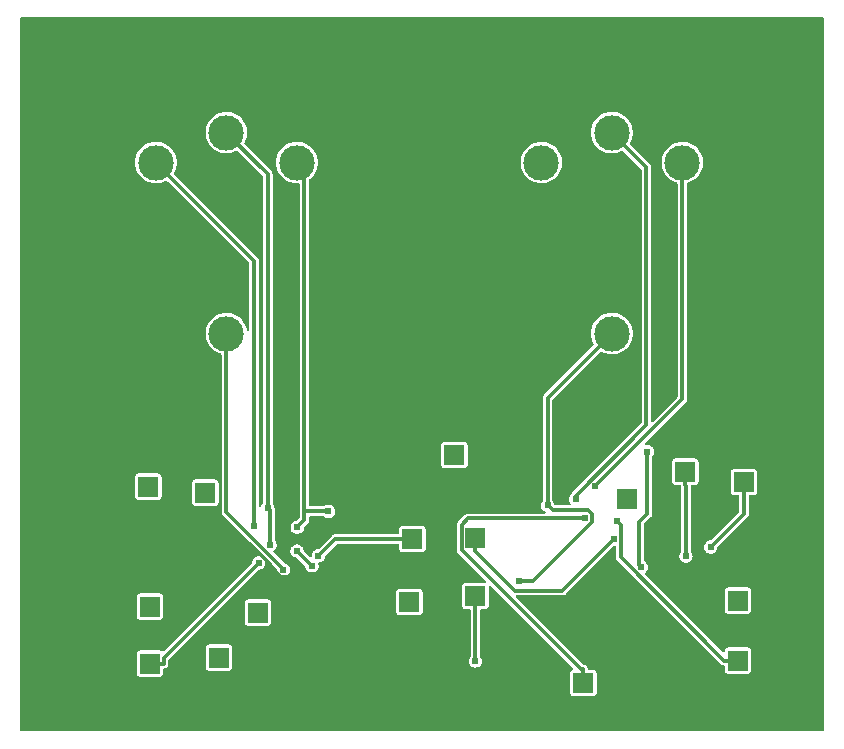
<source format=gbl>
G04 Layer: BottomLayer*
G04 EasyEDA v6.5.29, 2023-07-10 19:36:55*
G04 1e7b4ab6233f4b76a91dc94f4c831b37,398929e9e95146ce9e037ed163e1f376,10*
G04 Gerber Generator version 0.2*
G04 Scale: 100 percent, Rotated: No, Reflected: No *
G04 Dimensions in millimeters *
G04 leading zeros omitted , absolute positions ,4 integer and 5 decimal *
%FSLAX45Y45*%
%MOMM*%

%ADD10C,0.3000*%
%ADD11R,1.7000X1.7000*%
%ADD12C,3.0000*%
%ADD13C,0.6096*%
%ADD14C,0.6100*%
%ADD15C,0.0125*%

%LPD*%
G36*
X36068Y-6070092D02*
G01*
X32156Y-6069330D01*
X28905Y-6067094D01*
X26670Y-6063843D01*
X25908Y-6059932D01*
X25908Y-36068D01*
X26670Y-32156D01*
X28905Y-28905D01*
X32156Y-26670D01*
X36068Y-25908D01*
X6821931Y-25908D01*
X6825843Y-26670D01*
X6829094Y-28905D01*
X6831330Y-32156D01*
X6832092Y-36068D01*
X6832092Y-6059932D01*
X6831330Y-6063843D01*
X6829094Y-6067094D01*
X6825843Y-6069330D01*
X6821931Y-6070092D01*
G37*

%LPC*%
G36*
X4710734Y-5773674D02*
G01*
X4879594Y-5773674D01*
X4885893Y-5772962D01*
X4891379Y-5771032D01*
X4896256Y-5767984D01*
X4900371Y-5763869D01*
X4903419Y-5758992D01*
X4905349Y-5753506D01*
X4906060Y-5747207D01*
X4906060Y-5578348D01*
X4905349Y-5571998D01*
X4903419Y-5566562D01*
X4900371Y-5561634D01*
X4896256Y-5557570D01*
X4891379Y-5554472D01*
X4885893Y-5552592D01*
X4879594Y-5551881D01*
X4845659Y-5551881D01*
X4842002Y-5551170D01*
X4838801Y-5549239D01*
X4836566Y-5546293D01*
X4835550Y-5542686D01*
X4835194Y-5539536D01*
X4832908Y-5531916D01*
X4829098Y-5524855D01*
X4824018Y-5518658D01*
X4817821Y-5513578D01*
X4810760Y-5509768D01*
X4803140Y-5507431D01*
X4795418Y-5506720D01*
X4792065Y-5505754D01*
X4789220Y-5503773D01*
X4223105Y-4937658D01*
X4220870Y-4934356D01*
X4220108Y-4930444D01*
X4220870Y-4926584D01*
X4223105Y-4923282D01*
X4226356Y-4921046D01*
X4230268Y-4920284D01*
X4617567Y-4920284D01*
X4626000Y-4919472D01*
X4633671Y-4917135D01*
X4640732Y-4913376D01*
X4647336Y-4907940D01*
X5049672Y-4505655D01*
X5052568Y-4503623D01*
X5055971Y-4502708D01*
X5059578Y-4502404D01*
X5063744Y-4502912D01*
X5067300Y-4504994D01*
X5069738Y-4508398D01*
X5070602Y-4512513D01*
X5070602Y-4595266D01*
X5071465Y-4603750D01*
X5073802Y-4611420D01*
X5077561Y-4618482D01*
X5082946Y-4625035D01*
X5958738Y-5500827D01*
X5965342Y-5506262D01*
X5972403Y-5510022D01*
X5980074Y-5512358D01*
X5983173Y-5512663D01*
X5986729Y-5513679D01*
X5989726Y-5515965D01*
X5991656Y-5519115D01*
X5992317Y-5522772D01*
X5992317Y-5556707D01*
X5993028Y-5563006D01*
X5994958Y-5568492D01*
X5998057Y-5573369D01*
X6002121Y-5577484D01*
X6007049Y-5580532D01*
X6012484Y-5582462D01*
X6018834Y-5583174D01*
X6187694Y-5583174D01*
X6193993Y-5582462D01*
X6199479Y-5580532D01*
X6204356Y-5577484D01*
X6208471Y-5573369D01*
X6211519Y-5568492D01*
X6213449Y-5563006D01*
X6214160Y-5556707D01*
X6214160Y-5387848D01*
X6213449Y-5381498D01*
X6211519Y-5376062D01*
X6208471Y-5371134D01*
X6204356Y-5367070D01*
X6199479Y-5363972D01*
X6193993Y-5362092D01*
X6187694Y-5361381D01*
X6018834Y-5361381D01*
X6012484Y-5362092D01*
X6007049Y-5363972D01*
X6002121Y-5367070D01*
X5998057Y-5371134D01*
X5994958Y-5376062D01*
X5993028Y-5381498D01*
X5992317Y-5387848D01*
X5992317Y-5394198D01*
X5991555Y-5398109D01*
X5989370Y-5401360D01*
X5986068Y-5403596D01*
X5982157Y-5404358D01*
X5978296Y-5403596D01*
X5974994Y-5401360D01*
X5316067Y-4742484D01*
X5313730Y-4738776D01*
X5313172Y-4734407D01*
X5314492Y-4730191D01*
X5317439Y-4726990D01*
X5321452Y-4724146D01*
X5328412Y-4717237D01*
X5334050Y-4709160D01*
X5338165Y-4700270D01*
X5340705Y-4690770D01*
X5341569Y-4680966D01*
X5340705Y-4671212D01*
X5338165Y-4661712D01*
X5334050Y-4652822D01*
X5328412Y-4644745D01*
X5321452Y-4637786D01*
X5313781Y-4632452D01*
X5311444Y-4630166D01*
X5309971Y-4627321D01*
X5309412Y-4624120D01*
X5309412Y-4318711D01*
X5310225Y-4314799D01*
X5312410Y-4311497D01*
X5366410Y-4257548D01*
X5371795Y-4250944D01*
X5375554Y-4243882D01*
X5377891Y-4236212D01*
X5378704Y-4227779D01*
X5378704Y-3746906D01*
X5379212Y-3743858D01*
X5380583Y-3741064D01*
X5386628Y-3732428D01*
X5390794Y-3723487D01*
X5393334Y-3714038D01*
X5394198Y-3704234D01*
X5393334Y-3694429D01*
X5390794Y-3684930D01*
X5386628Y-3676040D01*
X5380990Y-3668014D01*
X5374030Y-3661054D01*
X5366004Y-3655415D01*
X5357114Y-3651250D01*
X5347614Y-3648710D01*
X5337810Y-3647846D01*
X5327751Y-3648760D01*
X5323636Y-3648252D01*
X5320080Y-3646220D01*
X5317642Y-3642918D01*
X5316677Y-3638905D01*
X5317388Y-3634892D01*
X5319674Y-3631437D01*
X5661914Y-3289198D01*
X5667298Y-3282594D01*
X5671108Y-3275533D01*
X5673394Y-3267862D01*
X5674258Y-3259429D01*
X5674258Y-1434541D01*
X5675172Y-1430324D01*
X5677763Y-1426870D01*
X5681573Y-1424787D01*
X5691124Y-1421993D01*
X5707888Y-1415186D01*
X5723890Y-1406652D01*
X5738926Y-1396542D01*
X5752846Y-1384960D01*
X5765444Y-1372006D01*
X5776722Y-1357782D01*
X5786424Y-1342491D01*
X5794502Y-1326286D01*
X5800902Y-1309370D01*
X5805525Y-1291844D01*
X5808319Y-1273962D01*
X5809234Y-1255877D01*
X5808319Y-1237792D01*
X5805525Y-1219911D01*
X5800902Y-1202385D01*
X5794502Y-1185418D01*
X5786424Y-1169212D01*
X5776722Y-1153972D01*
X5765444Y-1139748D01*
X5752846Y-1126794D01*
X5738926Y-1115161D01*
X5723890Y-1105052D01*
X5707888Y-1096568D01*
X5691124Y-1089761D01*
X5673750Y-1084681D01*
X5655919Y-1081430D01*
X5637885Y-1080058D01*
X5619750Y-1080516D01*
X5601817Y-1082852D01*
X5584190Y-1086967D01*
X5567070Y-1092962D01*
X5550662Y-1100632D01*
X5535168Y-1109929D01*
X5520690Y-1120800D01*
X5507380Y-1133094D01*
X5495442Y-1146708D01*
X5484926Y-1161491D01*
X5475986Y-1177239D01*
X5468772Y-1193850D01*
X5463235Y-1211072D01*
X5459526Y-1228801D01*
X5457698Y-1246835D01*
X5457698Y-1264920D01*
X5459526Y-1282954D01*
X5463235Y-1300683D01*
X5468772Y-1317904D01*
X5475986Y-1334516D01*
X5484926Y-1350264D01*
X5495442Y-1365046D01*
X5507380Y-1378661D01*
X5520690Y-1390954D01*
X5535168Y-1401826D01*
X5550662Y-1411122D01*
X5567070Y-1418793D01*
X5584596Y-1424838D01*
X5588660Y-1426819D01*
X5591454Y-1430375D01*
X5592419Y-1434744D01*
X5592419Y-3238754D01*
X5591657Y-3242614D01*
X5589473Y-3245916D01*
X5386781Y-3448608D01*
X5383479Y-3450793D01*
X5379618Y-3451555D01*
X5375706Y-3450793D01*
X5372404Y-3448608D01*
X5370220Y-3445306D01*
X5369458Y-3441395D01*
X5369458Y-1295349D01*
X5368594Y-1286865D01*
X5366308Y-1279245D01*
X5362498Y-1272184D01*
X5357114Y-1265580D01*
X5191861Y-1100277D01*
X5189524Y-1096772D01*
X5188864Y-1092657D01*
X5189931Y-1088593D01*
X5197602Y-1073200D01*
X5204002Y-1056284D01*
X5208625Y-1038758D01*
X5211419Y-1020876D01*
X5212334Y-1002792D01*
X5211419Y-984707D01*
X5208625Y-966774D01*
X5204002Y-949299D01*
X5197602Y-932332D01*
X5189524Y-916127D01*
X5179822Y-900836D01*
X5168544Y-886663D01*
X5155946Y-873709D01*
X5142026Y-862076D01*
X5126990Y-851966D01*
X5110988Y-843483D01*
X5094224Y-836625D01*
X5076850Y-831596D01*
X5059019Y-828344D01*
X5040985Y-826922D01*
X5022850Y-827379D01*
X5004917Y-829716D01*
X4987290Y-833882D01*
X4970170Y-839825D01*
X4953762Y-847496D01*
X4938268Y-856843D01*
X4923790Y-867714D01*
X4910480Y-880008D01*
X4898542Y-893622D01*
X4888026Y-908354D01*
X4879086Y-924153D01*
X4871872Y-940714D01*
X4866335Y-957986D01*
X4862626Y-975715D01*
X4860798Y-993698D01*
X4860798Y-1011834D01*
X4862626Y-1029817D01*
X4866335Y-1047546D01*
X4871872Y-1064818D01*
X4879086Y-1081430D01*
X4888026Y-1097178D01*
X4898542Y-1111910D01*
X4910480Y-1125524D01*
X4923790Y-1137818D01*
X4938268Y-1148689D01*
X4953762Y-1158036D01*
X4970170Y-1165707D01*
X4987290Y-1171651D01*
X5004917Y-1175816D01*
X5022850Y-1178153D01*
X5040985Y-1178610D01*
X5059019Y-1177188D01*
X5076850Y-1173988D01*
X5094224Y-1168908D01*
X5110988Y-1162100D01*
X5121910Y-1156258D01*
X5126024Y-1155090D01*
X5130292Y-1155750D01*
X5133898Y-1158036D01*
X5284673Y-1308811D01*
X5286857Y-1312113D01*
X5287619Y-1316024D01*
X5287619Y-3457448D01*
X5286857Y-3461359D01*
X5284673Y-3464610D01*
X4700473Y-4048861D01*
X4695037Y-4055414D01*
X4690160Y-4065117D01*
X4685842Y-4069842D01*
X4680204Y-4077919D01*
X4676038Y-4086809D01*
X4673498Y-4096308D01*
X4672634Y-4106062D01*
X4673498Y-4115866D01*
X4676038Y-4125366D01*
X4680204Y-4134256D01*
X4685690Y-4142130D01*
X4687417Y-4146194D01*
X4687214Y-4150563D01*
X4685182Y-4154474D01*
X4681677Y-4157167D01*
X4677410Y-4158132D01*
X4558233Y-4158132D01*
X4554575Y-4157421D01*
X4551375Y-4155440D01*
X4549140Y-4152442D01*
X4545482Y-4138269D01*
X4541367Y-4129379D01*
X4535271Y-4120692D01*
X4533900Y-4117949D01*
X4533442Y-4114901D01*
X4533442Y-3268726D01*
X4534204Y-3264865D01*
X4536389Y-3261563D01*
X4938979Y-2859024D01*
X4942738Y-2856636D01*
X4947158Y-2856077D01*
X4951374Y-2857500D01*
X4953762Y-2858922D01*
X4970170Y-2866593D01*
X4987290Y-2872536D01*
X5004917Y-2876702D01*
X5022850Y-2879039D01*
X5040985Y-2879496D01*
X5059019Y-2878124D01*
X5076850Y-2874873D01*
X5094224Y-2869793D01*
X5110988Y-2862986D01*
X5126990Y-2854452D01*
X5142026Y-2844342D01*
X5155946Y-2832760D01*
X5168544Y-2819806D01*
X5179822Y-2805582D01*
X5189524Y-2790291D01*
X5197602Y-2774086D01*
X5204002Y-2757170D01*
X5208625Y-2739644D01*
X5211419Y-2721762D01*
X5212334Y-2703677D01*
X5211419Y-2685592D01*
X5208625Y-2667711D01*
X5204002Y-2650185D01*
X5197602Y-2633218D01*
X5189524Y-2617012D01*
X5179822Y-2601772D01*
X5168544Y-2587548D01*
X5155946Y-2574594D01*
X5142026Y-2562961D01*
X5126990Y-2552852D01*
X5110988Y-2544368D01*
X5094224Y-2537561D01*
X5076850Y-2532481D01*
X5059019Y-2529230D01*
X5040985Y-2527858D01*
X5022850Y-2528316D01*
X5004917Y-2530652D01*
X4987290Y-2534767D01*
X4970170Y-2540762D01*
X4953762Y-2548432D01*
X4938268Y-2557729D01*
X4923790Y-2568600D01*
X4910480Y-2580894D01*
X4898542Y-2594508D01*
X4888026Y-2609291D01*
X4879086Y-2625039D01*
X4871872Y-2641650D01*
X4866335Y-2658872D01*
X4862626Y-2676601D01*
X4860798Y-2694635D01*
X4860798Y-2712720D01*
X4862626Y-2730754D01*
X4866335Y-2748483D01*
X4871872Y-2765704D01*
X4879086Y-2782316D01*
X4882845Y-2788920D01*
X4884115Y-2793085D01*
X4883505Y-2797403D01*
X4881168Y-2801112D01*
X4463948Y-3218332D01*
X4458563Y-3224885D01*
X4454753Y-3231946D01*
X4452467Y-3239617D01*
X4451604Y-3248101D01*
X4451604Y-4114901D01*
X4451146Y-4117949D01*
X4449775Y-4120692D01*
X4443730Y-4129379D01*
X4439564Y-4138269D01*
X4437024Y-4147769D01*
X4436160Y-4157573D01*
X4437024Y-4167378D01*
X4439564Y-4176826D01*
X4443730Y-4185767D01*
X4449368Y-4193794D01*
X4456277Y-4200753D01*
X4464354Y-4206392D01*
X4468672Y-4208424D01*
X4471873Y-4210710D01*
X4473905Y-4214012D01*
X4474565Y-4217873D01*
X4473702Y-4221683D01*
X4471517Y-4224883D01*
X4468215Y-4227017D01*
X4464405Y-4227779D01*
X3820515Y-4227779D01*
X3812032Y-4228642D01*
X3804361Y-4230928D01*
X3797300Y-4234738D01*
X3790746Y-4240123D01*
X3735933Y-4294936D01*
X3730498Y-4301540D01*
X3726738Y-4308602D01*
X3724401Y-4316222D01*
X3723589Y-4324705D01*
X3723589Y-4536389D01*
X3724401Y-4544872D01*
X3726738Y-4552543D01*
X3730498Y-4559604D01*
X3735933Y-4566158D01*
X3967683Y-4797907D01*
X3969867Y-4801209D01*
X3970629Y-4805121D01*
X3969867Y-4808982D01*
X3967683Y-4812284D01*
X3964381Y-4814468D01*
X3960469Y-4815281D01*
X3796334Y-4815281D01*
X3789984Y-4815992D01*
X3784549Y-4817872D01*
X3779621Y-4820970D01*
X3775557Y-4825034D01*
X3772458Y-4829962D01*
X3770528Y-4835398D01*
X3769817Y-4841748D01*
X3769817Y-5010607D01*
X3770528Y-5016906D01*
X3772458Y-5022392D01*
X3775557Y-5027269D01*
X3779621Y-5031384D01*
X3784549Y-5034432D01*
X3789984Y-5036362D01*
X3796334Y-5037074D01*
X3829659Y-5037074D01*
X3833571Y-5037836D01*
X3836873Y-5040071D01*
X3839057Y-5043373D01*
X3839819Y-5047234D01*
X3839819Y-5432450D01*
X3839362Y-5435498D01*
X3837990Y-5438241D01*
X3831945Y-5446928D01*
X3827779Y-5455818D01*
X3825240Y-5465318D01*
X3824376Y-5475122D01*
X3825240Y-5484926D01*
X3827779Y-5494375D01*
X3831945Y-5503316D01*
X3837584Y-5511342D01*
X3844493Y-5518302D01*
X3852570Y-5523941D01*
X3861460Y-5528106D01*
X3870960Y-5530646D01*
X3880764Y-5531510D01*
X3890518Y-5530646D01*
X3900017Y-5528106D01*
X3908907Y-5523941D01*
X3916984Y-5518302D01*
X3923944Y-5511342D01*
X3929583Y-5503316D01*
X3933698Y-5494375D01*
X3936237Y-5484926D01*
X3937101Y-5475122D01*
X3936237Y-5465318D01*
X3933698Y-5455818D01*
X3929583Y-5446928D01*
X3923487Y-5438241D01*
X3922115Y-5435498D01*
X3921658Y-5432450D01*
X3921658Y-5047234D01*
X3922420Y-5043373D01*
X3924604Y-5040071D01*
X3927906Y-5037836D01*
X3931818Y-5037074D01*
X3965194Y-5037074D01*
X3971493Y-5036362D01*
X3976979Y-5034432D01*
X3981856Y-5031384D01*
X3985971Y-5027269D01*
X3989019Y-5022392D01*
X3990949Y-5016906D01*
X3991660Y-5010607D01*
X3991660Y-4846421D01*
X3992422Y-4842560D01*
X3994607Y-4839258D01*
X3997909Y-4837074D01*
X4001820Y-4836261D01*
X4005681Y-4837074D01*
X4008983Y-4839258D01*
X4706264Y-5536488D01*
X4708499Y-5539892D01*
X4709210Y-5543905D01*
X4708296Y-5547868D01*
X4705908Y-5551170D01*
X4702403Y-5553252D01*
X4698949Y-5554472D01*
X4694021Y-5557570D01*
X4689957Y-5561634D01*
X4686858Y-5566562D01*
X4684928Y-5571998D01*
X4684217Y-5578348D01*
X4684217Y-5747207D01*
X4684928Y-5753506D01*
X4686858Y-5758992D01*
X4689957Y-5763869D01*
X4694021Y-5767984D01*
X4698949Y-5771032D01*
X4704384Y-5772962D01*
G37*
G36*
X1040434Y-5608574D02*
G01*
X1209294Y-5608574D01*
X1215593Y-5607862D01*
X1221079Y-5605932D01*
X1225956Y-5602884D01*
X1230071Y-5598769D01*
X1233119Y-5593892D01*
X1235049Y-5588406D01*
X1235760Y-5582107D01*
X1235760Y-5548172D01*
X1236421Y-5544515D01*
X1238402Y-5541365D01*
X1241348Y-5539079D01*
X1244904Y-5538063D01*
X1248054Y-5537758D01*
X1255725Y-5535422D01*
X1262786Y-5531662D01*
X1268984Y-5526582D01*
X1274064Y-5520385D01*
X1277823Y-5513324D01*
X1280160Y-5505653D01*
X1280972Y-5497169D01*
X1280972Y-5471871D01*
X1281785Y-5468010D01*
X1283970Y-5464708D01*
X2043988Y-4704689D01*
X2046884Y-4702657D01*
X2050288Y-4701743D01*
X2054758Y-4701336D01*
X2064257Y-4698796D01*
X2073148Y-4694631D01*
X2081225Y-4688992D01*
X2088184Y-4682083D01*
X2093823Y-4674006D01*
X2097938Y-4665116D01*
X2100478Y-4655616D01*
X2101342Y-4645812D01*
X2100478Y-4636058D01*
X2097938Y-4626559D01*
X2094890Y-4619955D01*
X2093925Y-4616043D01*
X2094585Y-4612081D01*
X2096719Y-4608626D01*
X2100021Y-4606340D01*
X2103932Y-4605477D01*
X2107895Y-4606239D01*
X2111248Y-4608474D01*
X2195474Y-4692700D01*
X2197862Y-4696409D01*
X2198420Y-4700778D01*
X2198116Y-4704232D01*
X2198979Y-4714036D01*
X2201519Y-4723536D01*
X2205685Y-4732426D01*
X2211324Y-4740503D01*
X2218232Y-4747412D01*
X2226310Y-4753051D01*
X2235200Y-4757216D01*
X2244699Y-4759756D01*
X2254504Y-4760620D01*
X2264257Y-4759756D01*
X2273757Y-4757216D01*
X2282647Y-4753051D01*
X2290724Y-4747412D01*
X2297684Y-4740503D01*
X2303322Y-4732426D01*
X2307437Y-4723536D01*
X2309977Y-4714036D01*
X2310841Y-4704232D01*
X2309977Y-4694478D01*
X2307437Y-4684979D01*
X2303322Y-4676089D01*
X2297684Y-4668012D01*
X2290724Y-4661052D01*
X2282647Y-4655413D01*
X2273757Y-4651298D01*
X2268524Y-4649520D01*
X2266391Y-4647895D01*
X2173224Y-4554728D01*
X2170836Y-4551019D01*
X2170277Y-4546650D01*
X2171598Y-4542434D01*
X2174595Y-4539234D01*
X2179828Y-4535525D01*
X2186787Y-4528566D01*
X2192426Y-4520539D01*
X2196592Y-4511598D01*
X2199132Y-4502150D01*
X2199995Y-4492345D01*
X2199132Y-4482541D01*
X2196592Y-4473041D01*
X2192426Y-4464151D01*
X2186330Y-4455464D01*
X2185009Y-4452721D01*
X2184501Y-4449673D01*
X2184501Y-4198264D01*
X2183688Y-4189780D01*
X2181352Y-4182160D01*
X2179878Y-4179366D01*
X2178710Y-4175455D01*
X2177948Y-4166819D01*
X2175408Y-4157319D01*
X2171293Y-4148429D01*
X2165197Y-4139742D01*
X2163826Y-4136999D01*
X2163368Y-4133951D01*
X2163368Y-1353159D01*
X2162505Y-1344676D01*
X2160219Y-1337056D01*
X2156409Y-1329994D01*
X2151024Y-1323390D01*
X1927961Y-1100328D01*
X1925624Y-1096772D01*
X1924964Y-1092657D01*
X1926031Y-1088593D01*
X1933702Y-1073200D01*
X1940102Y-1056284D01*
X1944725Y-1038758D01*
X1947519Y-1020876D01*
X1948434Y-1002792D01*
X1947519Y-984707D01*
X1944725Y-966774D01*
X1940102Y-949299D01*
X1933702Y-932332D01*
X1925624Y-916127D01*
X1915922Y-900836D01*
X1904644Y-886663D01*
X1892046Y-873709D01*
X1878126Y-862076D01*
X1863089Y-851966D01*
X1847088Y-843483D01*
X1830324Y-836625D01*
X1812950Y-831596D01*
X1795119Y-828344D01*
X1777085Y-826922D01*
X1758950Y-827379D01*
X1741017Y-829716D01*
X1723389Y-833882D01*
X1706270Y-839825D01*
X1689862Y-847496D01*
X1674368Y-856843D01*
X1659889Y-867714D01*
X1646580Y-880008D01*
X1634642Y-893622D01*
X1624126Y-908354D01*
X1615186Y-924153D01*
X1607972Y-940714D01*
X1602435Y-957986D01*
X1598726Y-975715D01*
X1596898Y-993698D01*
X1596898Y-1011834D01*
X1598726Y-1029817D01*
X1602435Y-1047546D01*
X1607972Y-1064818D01*
X1615186Y-1081430D01*
X1624126Y-1097178D01*
X1634642Y-1111910D01*
X1646580Y-1125524D01*
X1659889Y-1137818D01*
X1674368Y-1148689D01*
X1689862Y-1158036D01*
X1706270Y-1165707D01*
X1723389Y-1171651D01*
X1741017Y-1175816D01*
X1758950Y-1178153D01*
X1777085Y-1178610D01*
X1795119Y-1177188D01*
X1812950Y-1173988D01*
X1830324Y-1168908D01*
X1847088Y-1162100D01*
X1858010Y-1156258D01*
X1862124Y-1155090D01*
X1866392Y-1155750D01*
X1869998Y-1158036D01*
X2078583Y-1366621D01*
X2080768Y-1369923D01*
X2081530Y-1373835D01*
X2081530Y-4133951D01*
X2081072Y-4136999D01*
X2079701Y-4139742D01*
X2073656Y-4148429D01*
X2069490Y-4157319D01*
X2067458Y-4164787D01*
X2065629Y-4168495D01*
X2062429Y-4171137D01*
X2058416Y-4172305D01*
X2054301Y-4171746D01*
X2050745Y-4169613D01*
X2048357Y-4166260D01*
X2047493Y-4162196D01*
X2047493Y-2087321D01*
X2046681Y-2078888D01*
X2044344Y-2071217D01*
X2040585Y-2064156D01*
X2035149Y-2057552D01*
X1331010Y-1353413D01*
X1328724Y-1349908D01*
X1328064Y-1345742D01*
X1329131Y-1341678D01*
X1336802Y-1326286D01*
X1343202Y-1309370D01*
X1347825Y-1291844D01*
X1350619Y-1273962D01*
X1351534Y-1255877D01*
X1350619Y-1237792D01*
X1347825Y-1219911D01*
X1343202Y-1202385D01*
X1336802Y-1185418D01*
X1328724Y-1169212D01*
X1319022Y-1153972D01*
X1307744Y-1139748D01*
X1295146Y-1126794D01*
X1281226Y-1115161D01*
X1266190Y-1105052D01*
X1250188Y-1096568D01*
X1233424Y-1089761D01*
X1216050Y-1084681D01*
X1198219Y-1081430D01*
X1180185Y-1080058D01*
X1162050Y-1080516D01*
X1144117Y-1082852D01*
X1126490Y-1086967D01*
X1109370Y-1092962D01*
X1092962Y-1100632D01*
X1077468Y-1109929D01*
X1062990Y-1120800D01*
X1049680Y-1133094D01*
X1037742Y-1146708D01*
X1027226Y-1161491D01*
X1018286Y-1177239D01*
X1011072Y-1193850D01*
X1005535Y-1211072D01*
X1001826Y-1228801D01*
X999998Y-1246835D01*
X999998Y-1264920D01*
X1001826Y-1282954D01*
X1005535Y-1300683D01*
X1011072Y-1317904D01*
X1018286Y-1334516D01*
X1027226Y-1350264D01*
X1037742Y-1365046D01*
X1049680Y-1378661D01*
X1062990Y-1390954D01*
X1077468Y-1401826D01*
X1092962Y-1411122D01*
X1109370Y-1418793D01*
X1126490Y-1424736D01*
X1144117Y-1428902D01*
X1162050Y-1431239D01*
X1180185Y-1431696D01*
X1198219Y-1430324D01*
X1216050Y-1427073D01*
X1233424Y-1421993D01*
X1250188Y-1415186D01*
X1261110Y-1409395D01*
X1265224Y-1408176D01*
X1269492Y-1408836D01*
X1273098Y-1411173D01*
X1962708Y-2100783D01*
X1964943Y-2104085D01*
X1965706Y-2107996D01*
X1965706Y-2671114D01*
X1964791Y-2675331D01*
X1962200Y-2678785D01*
X1958441Y-2680868D01*
X1954174Y-2681173D01*
X1950110Y-2679700D01*
X1947062Y-2676702D01*
X1945487Y-2672689D01*
X1944725Y-2667711D01*
X1940102Y-2650185D01*
X1933702Y-2633218D01*
X1925624Y-2617012D01*
X1915922Y-2601772D01*
X1904644Y-2587548D01*
X1892046Y-2574594D01*
X1878126Y-2562961D01*
X1863089Y-2552852D01*
X1847088Y-2544368D01*
X1830324Y-2537561D01*
X1812950Y-2532481D01*
X1795119Y-2529230D01*
X1777085Y-2527858D01*
X1758950Y-2528316D01*
X1741017Y-2530652D01*
X1723389Y-2534767D01*
X1706270Y-2540762D01*
X1689862Y-2548432D01*
X1674368Y-2557729D01*
X1659889Y-2568600D01*
X1646580Y-2580894D01*
X1634642Y-2594508D01*
X1624126Y-2609291D01*
X1615186Y-2625039D01*
X1607972Y-2641650D01*
X1602435Y-2658872D01*
X1598726Y-2676601D01*
X1596898Y-2694635D01*
X1596898Y-2712720D01*
X1598726Y-2730754D01*
X1602435Y-2748483D01*
X1607972Y-2765704D01*
X1615186Y-2782316D01*
X1624126Y-2798064D01*
X1634642Y-2812846D01*
X1646580Y-2826461D01*
X1659889Y-2838754D01*
X1674368Y-2849626D01*
X1689862Y-2858922D01*
X1706270Y-2866593D01*
X1723796Y-2872638D01*
X1727860Y-2874619D01*
X1730654Y-2878175D01*
X1731619Y-2882544D01*
X1731619Y-4211421D01*
X1732483Y-4219854D01*
X1734820Y-4227525D01*
X1738579Y-4234586D01*
X1743964Y-4241190D01*
X2082342Y-4579569D01*
X2084578Y-4582922D01*
X2085339Y-4586884D01*
X2084476Y-4590796D01*
X2082139Y-4594098D01*
X2078736Y-4596231D01*
X2074773Y-4596892D01*
X2070862Y-4595926D01*
X2064257Y-4592878D01*
X2054758Y-4590338D01*
X2045004Y-4589475D01*
X2035200Y-4590338D01*
X2025700Y-4592878D01*
X2016810Y-4596993D01*
X2008733Y-4602632D01*
X2001824Y-4609592D01*
X1996186Y-4617669D01*
X1992020Y-4626559D01*
X1989480Y-4636058D01*
X1989074Y-4640529D01*
X1988159Y-4643932D01*
X1986127Y-4646828D01*
X1240434Y-5392572D01*
X1237132Y-5394756D01*
X1233220Y-5395518D01*
X1229360Y-5394756D01*
X1221079Y-5389372D01*
X1215593Y-5387492D01*
X1209294Y-5386781D01*
X1040434Y-5386781D01*
X1034084Y-5387492D01*
X1028649Y-5389372D01*
X1023721Y-5392470D01*
X1019657Y-5396534D01*
X1016558Y-5401462D01*
X1014628Y-5406898D01*
X1013917Y-5413248D01*
X1013917Y-5582107D01*
X1014628Y-5588406D01*
X1016558Y-5593892D01*
X1019657Y-5598769D01*
X1023721Y-5602884D01*
X1028649Y-5605932D01*
X1034084Y-5607862D01*
G37*
G36*
X1624634Y-5557774D02*
G01*
X1793493Y-5557774D01*
X1799793Y-5557062D01*
X1805279Y-5555132D01*
X1810156Y-5552084D01*
X1814271Y-5547969D01*
X1817319Y-5543092D01*
X1819249Y-5537606D01*
X1819960Y-5531307D01*
X1819960Y-5362448D01*
X1819249Y-5356098D01*
X1817319Y-5350662D01*
X1814271Y-5345734D01*
X1810156Y-5341670D01*
X1805279Y-5338572D01*
X1799793Y-5336692D01*
X1793493Y-5335981D01*
X1624634Y-5335981D01*
X1618284Y-5336692D01*
X1612849Y-5338572D01*
X1607921Y-5341670D01*
X1603857Y-5345734D01*
X1600758Y-5350662D01*
X1598828Y-5356098D01*
X1598117Y-5362448D01*
X1598117Y-5531307D01*
X1598828Y-5537606D01*
X1600758Y-5543092D01*
X1603857Y-5547969D01*
X1607921Y-5552084D01*
X1612849Y-5555132D01*
X1618284Y-5557062D01*
G37*
G36*
X1954834Y-5176774D02*
G01*
X2123694Y-5176774D01*
X2129993Y-5176062D01*
X2135479Y-5174132D01*
X2140356Y-5171084D01*
X2144471Y-5166969D01*
X2147519Y-5162092D01*
X2149449Y-5156606D01*
X2150160Y-5150307D01*
X2150160Y-4981448D01*
X2149449Y-4975098D01*
X2147519Y-4969662D01*
X2144471Y-4964734D01*
X2140356Y-4960670D01*
X2135479Y-4957572D01*
X2129993Y-4955692D01*
X2123694Y-4954981D01*
X1954834Y-4954981D01*
X1948484Y-4955692D01*
X1943049Y-4957572D01*
X1938121Y-4960670D01*
X1934057Y-4964734D01*
X1930958Y-4969662D01*
X1929028Y-4975098D01*
X1928317Y-4981448D01*
X1928317Y-5150307D01*
X1929028Y-5156606D01*
X1930958Y-5162092D01*
X1934057Y-5166969D01*
X1938121Y-5171084D01*
X1943049Y-5174132D01*
X1948484Y-5176062D01*
G37*
G36*
X1040434Y-5125974D02*
G01*
X1209294Y-5125974D01*
X1215593Y-5125262D01*
X1221079Y-5123332D01*
X1225956Y-5120284D01*
X1230071Y-5116169D01*
X1233119Y-5111292D01*
X1235049Y-5105806D01*
X1235760Y-5099507D01*
X1235760Y-4930648D01*
X1235049Y-4924298D01*
X1233119Y-4918862D01*
X1230071Y-4913934D01*
X1225956Y-4909870D01*
X1221079Y-4906772D01*
X1215593Y-4904892D01*
X1209294Y-4904181D01*
X1040434Y-4904181D01*
X1034084Y-4904892D01*
X1028649Y-4906772D01*
X1023721Y-4909870D01*
X1019657Y-4913934D01*
X1016558Y-4918862D01*
X1014628Y-4924298D01*
X1013917Y-4930648D01*
X1013917Y-5099507D01*
X1014628Y-5105806D01*
X1016558Y-5111292D01*
X1019657Y-5116169D01*
X1023721Y-5120284D01*
X1028649Y-5123332D01*
X1034084Y-5125262D01*
G37*
G36*
X3237534Y-5087874D02*
G01*
X3406394Y-5087874D01*
X3412693Y-5087162D01*
X3418179Y-5085232D01*
X3423056Y-5082184D01*
X3427171Y-5078069D01*
X3430219Y-5073192D01*
X3432149Y-5067706D01*
X3432860Y-5061407D01*
X3432860Y-4892548D01*
X3432149Y-4886198D01*
X3430219Y-4880762D01*
X3427171Y-4875834D01*
X3423056Y-4871770D01*
X3418179Y-4868672D01*
X3412693Y-4866792D01*
X3406394Y-4866081D01*
X3237534Y-4866081D01*
X3231184Y-4866792D01*
X3225749Y-4868672D01*
X3220821Y-4871770D01*
X3216757Y-4875834D01*
X3213658Y-4880762D01*
X3211728Y-4886198D01*
X3211017Y-4892548D01*
X3211017Y-5061407D01*
X3211728Y-5067706D01*
X3213658Y-5073192D01*
X3216757Y-5078069D01*
X3220821Y-5082184D01*
X3225749Y-5085232D01*
X3231184Y-5087162D01*
G37*
G36*
X6018834Y-5075174D02*
G01*
X6187694Y-5075174D01*
X6193993Y-5074462D01*
X6199479Y-5072532D01*
X6204356Y-5069484D01*
X6208471Y-5065369D01*
X6211519Y-5060492D01*
X6213449Y-5055006D01*
X6214160Y-5048707D01*
X6214160Y-4879848D01*
X6213449Y-4873498D01*
X6211519Y-4868062D01*
X6208471Y-4863134D01*
X6204356Y-4859070D01*
X6199479Y-4855972D01*
X6193993Y-4854092D01*
X6187694Y-4853381D01*
X6018834Y-4853381D01*
X6012484Y-4854092D01*
X6007049Y-4855972D01*
X6002121Y-4859070D01*
X5998057Y-4863134D01*
X5994958Y-4868062D01*
X5993028Y-4873498D01*
X5992317Y-4879848D01*
X5992317Y-5048707D01*
X5993028Y-5055006D01*
X5994958Y-5060492D01*
X5998057Y-5065369D01*
X6002121Y-5069484D01*
X6007049Y-5072532D01*
X6012484Y-5074462D01*
G37*
G36*
X2496820Y-4726686D02*
G01*
X2506624Y-4725822D01*
X2516124Y-4723282D01*
X2525014Y-4719116D01*
X2533040Y-4713478D01*
X2540000Y-4706518D01*
X2545638Y-4698492D01*
X2549804Y-4689551D01*
X2552344Y-4680102D01*
X2553208Y-4670298D01*
X2552344Y-4660493D01*
X2550414Y-4653381D01*
X2550210Y-4648962D01*
X2551938Y-4644898D01*
X2555138Y-4641951D01*
X2559354Y-4640630D01*
X2561336Y-4640427D01*
X2570835Y-4637887D01*
X2579725Y-4633722D01*
X2587752Y-4628083D01*
X2594711Y-4621174D01*
X2600350Y-4613097D01*
X2604516Y-4604207D01*
X2607056Y-4594707D01*
X2607462Y-4590237D01*
X2608376Y-4586833D01*
X2610358Y-4583938D01*
X2706878Y-4487468D01*
X2710129Y-4485233D01*
X2714040Y-4484471D01*
X3226257Y-4484471D01*
X3230168Y-4485233D01*
X3233470Y-4487468D01*
X3235655Y-4490770D01*
X3236417Y-4494631D01*
X3236417Y-4528007D01*
X3237128Y-4534306D01*
X3239058Y-4539792D01*
X3242157Y-4544669D01*
X3246221Y-4548784D01*
X3251149Y-4551832D01*
X3256584Y-4553762D01*
X3262934Y-4554474D01*
X3431794Y-4554474D01*
X3438093Y-4553762D01*
X3443579Y-4551832D01*
X3448456Y-4548784D01*
X3452571Y-4544669D01*
X3455619Y-4539792D01*
X3457549Y-4534306D01*
X3458260Y-4528007D01*
X3458260Y-4359148D01*
X3457549Y-4352798D01*
X3455619Y-4347362D01*
X3452571Y-4342434D01*
X3448456Y-4338370D01*
X3443579Y-4335272D01*
X3438093Y-4333392D01*
X3431794Y-4332681D01*
X3262934Y-4332681D01*
X3256584Y-4333392D01*
X3251149Y-4335272D01*
X3246221Y-4338370D01*
X3242157Y-4342434D01*
X3239058Y-4347362D01*
X3237128Y-4352798D01*
X3236417Y-4359148D01*
X3236417Y-4392523D01*
X3235655Y-4396384D01*
X3233470Y-4399686D01*
X3230168Y-4401870D01*
X3226257Y-4402683D01*
X2693365Y-4402683D01*
X2684932Y-4403496D01*
X2677261Y-4405833D01*
X2670200Y-4409592D01*
X2663596Y-4414977D01*
X2552496Y-4526076D01*
X2549652Y-4528108D01*
X2546197Y-4529023D01*
X2541727Y-4529429D01*
X2532278Y-4531969D01*
X2523337Y-4536084D01*
X2515311Y-4541723D01*
X2508351Y-4548682D01*
X2502712Y-4556760D01*
X2498547Y-4565650D01*
X2496007Y-4575149D01*
X2494737Y-4589526D01*
X2492654Y-4593082D01*
X2489403Y-4595520D01*
X2485390Y-4596485D01*
X2481326Y-4595774D01*
X2477922Y-4593539D01*
X2428697Y-4544314D01*
X2426716Y-4541418D01*
X2425801Y-4538014D01*
X2425395Y-4533544D01*
X2422855Y-4524044D01*
X2418689Y-4515154D01*
X2413050Y-4507128D01*
X2406091Y-4500168D01*
X2398064Y-4494530D01*
X2389174Y-4490364D01*
X2379675Y-4487824D01*
X2369870Y-4486960D01*
X2360066Y-4487824D01*
X2350617Y-4490364D01*
X2341676Y-4494530D01*
X2333650Y-4500168D01*
X2326690Y-4507128D01*
X2321052Y-4515154D01*
X2316886Y-4524044D01*
X2314346Y-4533544D01*
X2313482Y-4543348D01*
X2314346Y-4553153D01*
X2316886Y-4562602D01*
X2321052Y-4571542D01*
X2326690Y-4579569D01*
X2333650Y-4586528D01*
X2341676Y-4592167D01*
X2350617Y-4596333D01*
X2360066Y-4598873D01*
X2364587Y-4599228D01*
X2367991Y-4600143D01*
X2370886Y-4602175D01*
X2437993Y-4669282D01*
X2440025Y-4672177D01*
X2440940Y-4675581D01*
X2441295Y-4680102D01*
X2443835Y-4689551D01*
X2448001Y-4698492D01*
X2453640Y-4706518D01*
X2460599Y-4713478D01*
X2468626Y-4719116D01*
X2477566Y-4723282D01*
X2487015Y-4725822D01*
G37*
G36*
X5662879Y-4644390D02*
G01*
X5672683Y-4643526D01*
X5682183Y-4640986D01*
X5691073Y-4636820D01*
X5699099Y-4631182D01*
X5706059Y-4624222D01*
X5711698Y-4616196D01*
X5715863Y-4607255D01*
X5718403Y-4597806D01*
X5719267Y-4588002D01*
X5718403Y-4578197D01*
X5715863Y-4568698D01*
X5711698Y-4559808D01*
X5705652Y-4551172D01*
X5704281Y-4548378D01*
X5703773Y-4545330D01*
X5703773Y-3993134D01*
X5704586Y-3989273D01*
X5706770Y-3985971D01*
X5710072Y-3983736D01*
X5713933Y-3982974D01*
X5743194Y-3982974D01*
X5749493Y-3982262D01*
X5754979Y-3980332D01*
X5759856Y-3977284D01*
X5763971Y-3973169D01*
X5767019Y-3968292D01*
X5768949Y-3962806D01*
X5769660Y-3956507D01*
X5769660Y-3787648D01*
X5768949Y-3781298D01*
X5767019Y-3775862D01*
X5763971Y-3770934D01*
X5759856Y-3766870D01*
X5754979Y-3763772D01*
X5749493Y-3761892D01*
X5743194Y-3761181D01*
X5574334Y-3761181D01*
X5567984Y-3761892D01*
X5562549Y-3763772D01*
X5557621Y-3766870D01*
X5553557Y-3770934D01*
X5550458Y-3775862D01*
X5548528Y-3781298D01*
X5547817Y-3787648D01*
X5547817Y-3956507D01*
X5548528Y-3962806D01*
X5550458Y-3968292D01*
X5553557Y-3973169D01*
X5557621Y-3977284D01*
X5562549Y-3980332D01*
X5567984Y-3982262D01*
X5574334Y-3982974D01*
X5608269Y-3982974D01*
X5611926Y-3983685D01*
X5615076Y-3985615D01*
X5617311Y-3988562D01*
X5618378Y-3992168D01*
X5618683Y-3995216D01*
X5621528Y-4004259D01*
X5621985Y-4007307D01*
X5621985Y-4545330D01*
X5621528Y-4548378D01*
X5620156Y-4551121D01*
X5614060Y-4559808D01*
X5609894Y-4568698D01*
X5607354Y-4578197D01*
X5606491Y-4588002D01*
X5607354Y-4597806D01*
X5609894Y-4607255D01*
X5614060Y-4616196D01*
X5619699Y-4624222D01*
X5626658Y-4631182D01*
X5634685Y-4636820D01*
X5643626Y-4640986D01*
X5653074Y-4643526D01*
G37*
G36*
X5872886Y-4567021D02*
G01*
X5882640Y-4566158D01*
X5892139Y-4563618D01*
X5901029Y-4559452D01*
X5909106Y-4553813D01*
X5916066Y-4546854D01*
X5921705Y-4538827D01*
X5925820Y-4529886D01*
X5928360Y-4520438D01*
X5928766Y-4515967D01*
X5929680Y-4512513D01*
X5931712Y-4509668D01*
X6182614Y-4258716D01*
X6187998Y-4252163D01*
X6191808Y-4245102D01*
X6194094Y-4237431D01*
X6194958Y-4228947D01*
X6194958Y-4082034D01*
X6195720Y-4078173D01*
X6197904Y-4074871D01*
X6201206Y-4072636D01*
X6205118Y-4071874D01*
X6238494Y-4071874D01*
X6244793Y-4071162D01*
X6250279Y-4069232D01*
X6255156Y-4066184D01*
X6259271Y-4062069D01*
X6262319Y-4057192D01*
X6264249Y-4051706D01*
X6264960Y-4045407D01*
X6264960Y-3876548D01*
X6264249Y-3870198D01*
X6262319Y-3864762D01*
X6259271Y-3859834D01*
X6255156Y-3855770D01*
X6250279Y-3852672D01*
X6244793Y-3850792D01*
X6238494Y-3850081D01*
X6069634Y-3850081D01*
X6063284Y-3850792D01*
X6057849Y-3852672D01*
X6052921Y-3855770D01*
X6048857Y-3859834D01*
X6045758Y-3864762D01*
X6043828Y-3870198D01*
X6043117Y-3876548D01*
X6043117Y-4045407D01*
X6043828Y-4051706D01*
X6045758Y-4057192D01*
X6048857Y-4062069D01*
X6052921Y-4066184D01*
X6057849Y-4069232D01*
X6063284Y-4071162D01*
X6069634Y-4071874D01*
X6102959Y-4071874D01*
X6106871Y-4072636D01*
X6110173Y-4074871D01*
X6112357Y-4078173D01*
X6113119Y-4082034D01*
X6113119Y-4208322D01*
X6112357Y-4212183D01*
X6110173Y-4215485D01*
X5873851Y-4451807D01*
X5870956Y-4453788D01*
X5867552Y-4454702D01*
X5863082Y-4455109D01*
X5853582Y-4457649D01*
X5844692Y-4461814D01*
X5836615Y-4467453D01*
X5829706Y-4474413D01*
X5824067Y-4482439D01*
X5819902Y-4491329D01*
X5817362Y-4500829D01*
X5816498Y-4510633D01*
X5817362Y-4520438D01*
X5819902Y-4529886D01*
X5824067Y-4538827D01*
X5829706Y-4546854D01*
X5836615Y-4553813D01*
X5844692Y-4559452D01*
X5853582Y-4563618D01*
X5863082Y-4566158D01*
G37*
G36*
X2372360Y-4400092D02*
G01*
X2382164Y-4399229D01*
X2391664Y-4396689D01*
X2400554Y-4392523D01*
X2408580Y-4386884D01*
X2415540Y-4379925D01*
X2421178Y-4371898D01*
X2425344Y-4362958D01*
X2427884Y-4353509D01*
X2428290Y-4349038D01*
X2429205Y-4345584D01*
X2431186Y-4342739D01*
X2461107Y-4312818D01*
X2466492Y-4306214D01*
X2470302Y-4299153D01*
X2472588Y-4291482D01*
X2473452Y-4283049D01*
X2473452Y-4259427D01*
X2474214Y-4255566D01*
X2476398Y-4252264D01*
X2479700Y-4250029D01*
X2483612Y-4249267D01*
X2594203Y-4249267D01*
X2597251Y-4249724D01*
X2600045Y-4251096D01*
X2608732Y-4257192D01*
X2617622Y-4261358D01*
X2627122Y-4263898D01*
X2636926Y-4264761D01*
X2646680Y-4263898D01*
X2656179Y-4261358D01*
X2665069Y-4257192D01*
X2673146Y-4251553D01*
X2680106Y-4244594D01*
X2685745Y-4236567D01*
X2689860Y-4227626D01*
X2692400Y-4218178D01*
X2693263Y-4208373D01*
X2692400Y-4198569D01*
X2689860Y-4189069D01*
X2685745Y-4180179D01*
X2680106Y-4172153D01*
X2673146Y-4165193D01*
X2665069Y-4159554D01*
X2656179Y-4155389D01*
X2646680Y-4152849D01*
X2636926Y-4151985D01*
X2627122Y-4152849D01*
X2617622Y-4155389D01*
X2608732Y-4159554D01*
X2600045Y-4165600D01*
X2597251Y-4166971D01*
X2594203Y-4167479D01*
X2483612Y-4167479D01*
X2479700Y-4166666D01*
X2476398Y-4164482D01*
X2474214Y-4161180D01*
X2473452Y-4157319D01*
X2473452Y-1402638D01*
X2474417Y-1398320D01*
X2477109Y-1394815D01*
X2488946Y-1384960D01*
X2501544Y-1372006D01*
X2512822Y-1357782D01*
X2522524Y-1342491D01*
X2530602Y-1326286D01*
X2537002Y-1309370D01*
X2541625Y-1291844D01*
X2544419Y-1273962D01*
X2545334Y-1255877D01*
X2544419Y-1237792D01*
X2541625Y-1219911D01*
X2537002Y-1202385D01*
X2530602Y-1185418D01*
X2522524Y-1169212D01*
X2512822Y-1153972D01*
X2501544Y-1139748D01*
X2488946Y-1126794D01*
X2475026Y-1115161D01*
X2459990Y-1105052D01*
X2443988Y-1096568D01*
X2427224Y-1089761D01*
X2409850Y-1084681D01*
X2392019Y-1081430D01*
X2373985Y-1080058D01*
X2355850Y-1080516D01*
X2337917Y-1082852D01*
X2320290Y-1086967D01*
X2303170Y-1092962D01*
X2286762Y-1100632D01*
X2271268Y-1109929D01*
X2256790Y-1120800D01*
X2243480Y-1133094D01*
X2231542Y-1146708D01*
X2221026Y-1161491D01*
X2212086Y-1177239D01*
X2204872Y-1193850D01*
X2199335Y-1211072D01*
X2195626Y-1228801D01*
X2193798Y-1246835D01*
X2193798Y-1264920D01*
X2195626Y-1282954D01*
X2199335Y-1300683D01*
X2204872Y-1317904D01*
X2212086Y-1334516D01*
X2221026Y-1350264D01*
X2231542Y-1365046D01*
X2243480Y-1378661D01*
X2256790Y-1390954D01*
X2271268Y-1401826D01*
X2286762Y-1411122D01*
X2303170Y-1418793D01*
X2320290Y-1424736D01*
X2337917Y-1428902D01*
X2355850Y-1431239D01*
X2373985Y-1431696D01*
X2380691Y-1431188D01*
X2384806Y-1431747D01*
X2388362Y-1433880D01*
X2390800Y-1437233D01*
X2391613Y-1441297D01*
X2391613Y-4262374D01*
X2390851Y-4266285D01*
X2388666Y-4269536D01*
X2373376Y-4284878D01*
X2370480Y-4286859D01*
X2367076Y-4287774D01*
X2362555Y-4288180D01*
X2353106Y-4290720D01*
X2344166Y-4294886D01*
X2336139Y-4300524D01*
X2329180Y-4307484D01*
X2323541Y-4315510D01*
X2319375Y-4324400D01*
X2316835Y-4333900D01*
X2315972Y-4343704D01*
X2316835Y-4353509D01*
X2319375Y-4362958D01*
X2323541Y-4371898D01*
X2329180Y-4379925D01*
X2336139Y-4386884D01*
X2344166Y-4392523D01*
X2353106Y-4396689D01*
X2362555Y-4399229D01*
G37*
G36*
X1510334Y-4160774D02*
G01*
X1679193Y-4160774D01*
X1685493Y-4160062D01*
X1690979Y-4158132D01*
X1695856Y-4155084D01*
X1699971Y-4150969D01*
X1703019Y-4146092D01*
X1704949Y-4140606D01*
X1705660Y-4134307D01*
X1705660Y-3965448D01*
X1704949Y-3959098D01*
X1703019Y-3953662D01*
X1699971Y-3948734D01*
X1695856Y-3944670D01*
X1690979Y-3941572D01*
X1685493Y-3939692D01*
X1679193Y-3938981D01*
X1510334Y-3938981D01*
X1503984Y-3939692D01*
X1498549Y-3941572D01*
X1493621Y-3944670D01*
X1489557Y-3948734D01*
X1486458Y-3953662D01*
X1484528Y-3959098D01*
X1483817Y-3965448D01*
X1483817Y-4134307D01*
X1484528Y-4140606D01*
X1486458Y-4146092D01*
X1489557Y-4150969D01*
X1493621Y-4155084D01*
X1498549Y-4158132D01*
X1503984Y-4160062D01*
G37*
G36*
X1027734Y-4109974D02*
G01*
X1196594Y-4109974D01*
X1202893Y-4109262D01*
X1208379Y-4107332D01*
X1213256Y-4104284D01*
X1217371Y-4100169D01*
X1220419Y-4095292D01*
X1222349Y-4089806D01*
X1223060Y-4083507D01*
X1223060Y-3914648D01*
X1222349Y-3908298D01*
X1220419Y-3902862D01*
X1217371Y-3897934D01*
X1213256Y-3893870D01*
X1208379Y-3890772D01*
X1202893Y-3888892D01*
X1196594Y-3888181D01*
X1027734Y-3888181D01*
X1021384Y-3888892D01*
X1015949Y-3890772D01*
X1011021Y-3893870D01*
X1006957Y-3897934D01*
X1003858Y-3902862D01*
X1001928Y-3908298D01*
X1001217Y-3914648D01*
X1001217Y-4083507D01*
X1001928Y-4089806D01*
X1003858Y-4095292D01*
X1006957Y-4100169D01*
X1011021Y-4104284D01*
X1015949Y-4107332D01*
X1021384Y-4109262D01*
G37*
G36*
X3618534Y-3843274D02*
G01*
X3787394Y-3843274D01*
X3793693Y-3842562D01*
X3799179Y-3840632D01*
X3804056Y-3837584D01*
X3808171Y-3833469D01*
X3811219Y-3828592D01*
X3813149Y-3823106D01*
X3813860Y-3816807D01*
X3813860Y-3647948D01*
X3813149Y-3641598D01*
X3811219Y-3636162D01*
X3808171Y-3631234D01*
X3804056Y-3627170D01*
X3799179Y-3624072D01*
X3793693Y-3622192D01*
X3787394Y-3621481D01*
X3618534Y-3621481D01*
X3612184Y-3622192D01*
X3606749Y-3624072D01*
X3601821Y-3627170D01*
X3597757Y-3631234D01*
X3594658Y-3636162D01*
X3592728Y-3641598D01*
X3592017Y-3647948D01*
X3592017Y-3816807D01*
X3592728Y-3823106D01*
X3594658Y-3828592D01*
X3597757Y-3833469D01*
X3601821Y-3837584D01*
X3606749Y-3840632D01*
X3612184Y-3842562D01*
G37*
G36*
X4444085Y-1431696D02*
G01*
X4462119Y-1430324D01*
X4479950Y-1427073D01*
X4497324Y-1421993D01*
X4514088Y-1415186D01*
X4530090Y-1406652D01*
X4545126Y-1396542D01*
X4559046Y-1384960D01*
X4571644Y-1372006D01*
X4582922Y-1357782D01*
X4592624Y-1342491D01*
X4600702Y-1326286D01*
X4607102Y-1309370D01*
X4611725Y-1291844D01*
X4614519Y-1273962D01*
X4615434Y-1255877D01*
X4614519Y-1237792D01*
X4611725Y-1219911D01*
X4607102Y-1202385D01*
X4600702Y-1185418D01*
X4592624Y-1169212D01*
X4582922Y-1153972D01*
X4571644Y-1139748D01*
X4559046Y-1126794D01*
X4545126Y-1115161D01*
X4530090Y-1105052D01*
X4514088Y-1096568D01*
X4497324Y-1089761D01*
X4479950Y-1084681D01*
X4462119Y-1081430D01*
X4444085Y-1080058D01*
X4425950Y-1080516D01*
X4408017Y-1082852D01*
X4390390Y-1086967D01*
X4373270Y-1092962D01*
X4356862Y-1100632D01*
X4341368Y-1109929D01*
X4326890Y-1120800D01*
X4313580Y-1133094D01*
X4301642Y-1146708D01*
X4291126Y-1161491D01*
X4282186Y-1177239D01*
X4274972Y-1193850D01*
X4269435Y-1211072D01*
X4265726Y-1228801D01*
X4263898Y-1246835D01*
X4263898Y-1264920D01*
X4265726Y-1282954D01*
X4269435Y-1300683D01*
X4274972Y-1317904D01*
X4282186Y-1334516D01*
X4291126Y-1350264D01*
X4301642Y-1365046D01*
X4313580Y-1378661D01*
X4326890Y-1390954D01*
X4341368Y-1401826D01*
X4356862Y-1411122D01*
X4373270Y-1418793D01*
X4390390Y-1424736D01*
X4408017Y-1428902D01*
X4425950Y-1431239D01*
G37*

%LPD*%
D10*
X5036444Y-1002758D02*
G01*
X5328544Y-1294858D01*
X5328544Y-3478601D01*
X4729027Y-4078119D01*
X4729027Y-4106080D01*
X1175644Y-1255872D02*
G01*
X2006600Y-2086836D01*
X2006600Y-4330692D01*
X5658744Y-3872072D02*
G01*
X5658744Y-3987284D01*
X5658744Y-3987284D02*
G01*
X5662886Y-3991427D01*
X5662886Y-4587996D01*
X6154044Y-3960972D02*
G01*
X6154044Y-4229453D01*
X5872871Y-4510625D01*
X1124844Y-5497672D02*
G01*
X1240086Y-5497672D01*
X1240086Y-5497672D02*
G01*
X1240086Y-5450735D01*
X2044987Y-4645830D01*
X6103244Y-5472272D02*
G01*
X5988027Y-5472272D01*
X5988027Y-5472272D02*
G01*
X5111529Y-4595766D01*
X5111529Y-4320788D01*
X5083385Y-4292648D01*
X3880744Y-4926172D02*
G01*
X3880744Y-5475119D01*
X1772544Y-1002758D02*
G01*
X2122451Y-1352671D01*
X2122451Y-4176618D01*
X2122451Y-4176618D02*
G01*
X2143610Y-4197776D01*
X2143610Y-4492337D01*
X5452033Y-4421725D02*
G01*
X5452033Y-4541718D01*
X5332054Y-4541669D02*
G01*
X5332054Y-4421675D01*
X1832533Y-4485200D02*
G01*
X1832533Y-4605192D01*
X1712554Y-4485152D02*
G01*
X1712554Y-4605144D01*
X2257983Y-4768794D02*
G01*
X2843436Y-4768794D01*
X3079750Y-4532472D01*
X2257983Y-5797671D02*
G01*
X2257983Y-4768794D01*
X1832559Y-4485175D02*
G01*
X1974367Y-4485175D01*
X2140384Y-4651194D01*
X2140384Y-4676259D01*
X2232919Y-4768794D01*
X2257983Y-4768794D01*
X3347344Y-4443572D02*
G01*
X2692885Y-4443572D01*
X2551534Y-4584920D01*
X3880744Y-4546084D02*
G01*
X4214045Y-4879385D01*
X4618050Y-4879385D01*
X5050645Y-4446798D01*
X3880744Y-4430872D02*
G01*
X3880744Y-4546084D01*
X4795144Y-5547530D02*
G01*
X4775126Y-5547530D01*
X3764485Y-4536894D01*
X3764485Y-4324217D01*
X3820010Y-4268693D01*
X4804892Y-4268693D01*
X4795144Y-5662772D02*
G01*
X4795144Y-5547530D01*
X1772544Y-2703672D02*
G01*
X1772544Y-4211896D01*
X2254486Y-4693838D01*
X2254486Y-4704250D01*
X4894661Y-3998589D02*
G01*
X5633344Y-3259904D01*
X5633344Y-1255872D01*
X5036444Y-2703672D02*
G01*
X4492525Y-3247590D01*
X4492525Y-4157568D01*
X4492525Y-4157568D02*
G01*
X4533976Y-4199023D01*
X4835550Y-4199023D01*
X4867175Y-4230641D01*
X4867175Y-4303158D01*
X4368403Y-4801938D01*
X4254078Y-4801938D01*
X5337820Y-3704231D02*
G01*
X5337820Y-4228254D01*
X5268528Y-4297547D01*
X5268528Y-4664295D01*
X5285209Y-4680983D01*
X2496827Y-4670292D02*
G01*
X2369878Y-4543343D01*
X2432535Y-4208368D02*
G01*
X2636900Y-4208368D01*
X2369444Y-1255872D02*
G01*
X2432535Y-1318963D01*
X2432535Y-4208368D01*
X2432535Y-4208368D02*
G01*
X2432535Y-4283527D01*
X2372370Y-4343702D01*
D11*
G01*
X1594744Y-4049872D03*
G01*
X5658744Y-3872072D03*
G01*
X1112144Y-3999072D03*
G01*
X6154044Y-3960972D03*
G01*
X1124844Y-5015072D03*
G01*
X6103244Y-4964272D03*
G01*
X3347344Y-4443572D03*
G01*
X1124844Y-5497672D03*
G01*
X3880744Y-4430872D03*
G01*
X6103244Y-5472272D03*
G01*
X3702944Y-3732372D03*
G01*
X2039244Y-5065872D03*
G01*
X5163444Y-4100672D03*
G01*
X3321944Y-4976972D03*
G01*
X3880744Y-4926172D03*
G01*
X1709044Y-5446872D03*
G01*
X4795144Y-5662772D03*
D12*
G01*
X1772544Y-2703672D03*
G01*
X1175644Y-1255872D03*
G01*
X1772544Y-1002761D03*
G01*
X2369444Y-1255872D03*
G01*
X5036444Y-2703672D03*
G01*
X4439544Y-1255872D03*
G01*
X5036444Y-1002761D03*
G01*
X5633344Y-1255872D03*
D13*
G01*
X1832536Y-4605192D03*
G01*
X1712546Y-4485152D03*
G01*
X1832561Y-4485177D03*
G01*
X1712521Y-4605167D03*
G01*
X5332046Y-4421677D03*
G01*
X5452036Y-4541718D03*
G01*
X5332021Y-4541692D03*
G01*
X5452061Y-4421703D03*
D14*
G01*
X2372362Y-4343699D03*
G01*
X2636903Y-4208368D03*
G01*
X2369873Y-4543343D03*
G01*
X2496822Y-4670292D03*
G01*
X5285209Y-4680986D03*
G01*
X5337812Y-3704229D03*
G01*
X4254070Y-4801941D03*
G01*
X4492525Y-4157568D03*
G01*
X4894658Y-3998589D03*
G01*
X2254481Y-4704252D03*
G01*
X4804895Y-4268693D03*
G01*
X5050640Y-4446798D03*
G01*
X2551534Y-4584923D03*
G01*
X3079752Y-4532472D03*
G01*
X2257986Y-5797671D03*
G01*
X2143610Y-4492340D03*
G01*
X2122451Y-4176618D03*
G01*
X4729025Y-4106082D03*
G01*
X3880741Y-5475117D03*
G01*
X5083380Y-4292645D03*
G01*
X2044981Y-4645832D03*
G01*
X5872863Y-4510628D03*
G01*
X5662881Y-4587996D03*
G01*
X2006602Y-4330694D03*
M02*

</source>
